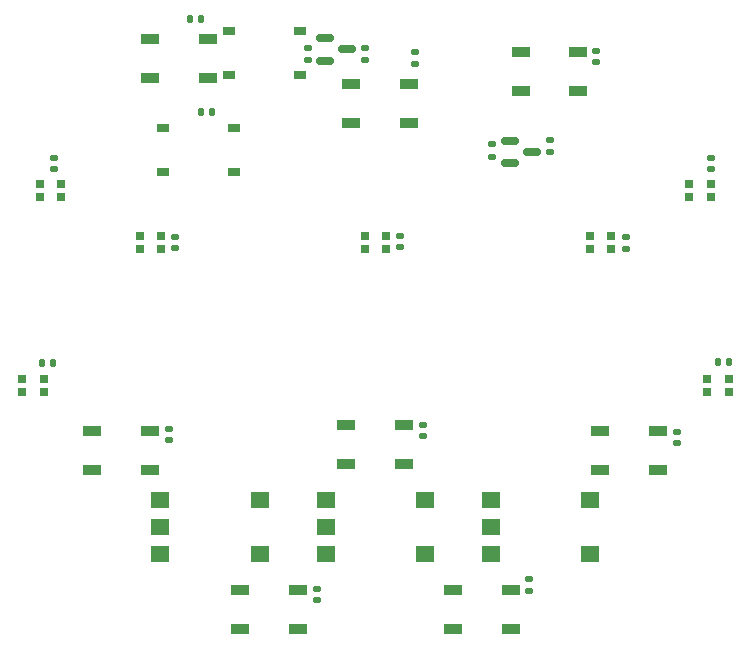
<source format=gbr>
%TF.GenerationSoftware,KiCad,Pcbnew,7.0.5*%
%TF.CreationDate,2024-03-22T10:21:06-05:00*%
%TF.ProjectId,RP2040,52503230-3430-42e6-9b69-6361645f7063,REV1*%
%TF.SameCoordinates,Original*%
%TF.FileFunction,Paste,Bot*%
%TF.FilePolarity,Positive*%
%FSLAX46Y46*%
G04 Gerber Fmt 4.6, Leading zero omitted, Abs format (unit mm)*
G04 Created by KiCad (PCBNEW 7.0.5) date 2024-03-22 10:21:06*
%MOMM*%
%LPD*%
G01*
G04 APERTURE LIST*
G04 Aperture macros list*
%AMRoundRect*
0 Rectangle with rounded corners*
0 $1 Rounding radius*
0 $2 $3 $4 $5 $6 $7 $8 $9 X,Y pos of 4 corners*
0 Add a 4 corners polygon primitive as box body*
4,1,4,$2,$3,$4,$5,$6,$7,$8,$9,$2,$3,0*
0 Add four circle primitives for the rounded corners*
1,1,$1+$1,$2,$3*
1,1,$1+$1,$4,$5*
1,1,$1+$1,$6,$7*
1,1,$1+$1,$8,$9*
0 Add four rect primitives between the rounded corners*
20,1,$1+$1,$2,$3,$4,$5,0*
20,1,$1+$1,$4,$5,$6,$7,0*
20,1,$1+$1,$6,$7,$8,$9,0*
20,1,$1+$1,$8,$9,$2,$3,0*%
G04 Aperture macros list end*
%ADD10RoundRect,0.140000X-0.140000X-0.170000X0.140000X-0.170000X0.140000X0.170000X-0.140000X0.170000X0*%
%ADD11R,0.700000X0.700000*%
%ADD12R,1.500000X0.900000*%
%ADD13R,1.000000X0.750000*%
%ADD14RoundRect,0.140000X-0.170000X0.140000X-0.170000X-0.140000X0.170000X-0.140000X0.170000X0.140000X0*%
%ADD15RoundRect,0.135000X0.185000X-0.135000X0.185000X0.135000X-0.185000X0.135000X-0.185000X-0.135000X0*%
%ADD16RoundRect,0.135000X-0.185000X0.135000X-0.185000X-0.135000X0.185000X-0.135000X0.185000X0.135000X0*%
%ADD17RoundRect,0.140000X0.170000X-0.140000X0.170000X0.140000X-0.170000X0.140000X-0.170000X-0.140000X0*%
%ADD18R,1.600000X1.400000*%
%ADD19RoundRect,0.150000X-0.587500X-0.150000X0.587500X-0.150000X0.587500X0.150000X-0.587500X0.150000X0*%
%ADD20RoundRect,0.140000X0.140000X0.170000X-0.140000X0.170000X-0.140000X-0.170000X0.140000X-0.170000X0*%
G04 APERTURE END LIST*
D10*
%TO.C,R8*%
X-14750000Y16180000D03*
X-13790000Y16180000D03*
%TD*%
D11*
%TO.C,D10*%
X-28085000Y-6450000D03*
X-28085000Y-7550000D03*
X-29915000Y-7550000D03*
X-29915000Y-6450000D03*
%TD*%
D12*
%TO.C,D7*%
X2450000Y-10350000D03*
X2450000Y-13650000D03*
X-2450000Y-13650000D03*
X-2450000Y-10350000D03*
%TD*%
D13*
%TO.C,SW4*%
X-6350000Y23000000D03*
X-12350000Y23000000D03*
X-6350000Y19250000D03*
X-12350000Y19250000D03*
%TD*%
D14*
%TO.C,C29*%
X-17500000Y-10700000D03*
X-17500000Y-11660000D03*
%TD*%
D15*
%TO.C,R15*%
X14820000Y12720000D03*
X14820000Y13740000D03*
%TD*%
D16*
%TO.C,R12*%
X-5740000Y21530000D03*
X-5740000Y20510000D03*
%TD*%
D14*
%TO.C,C30*%
X4000000Y-10320000D03*
X4000000Y-11280000D03*
%TD*%
%TO.C,C38*%
X-16950000Y5580000D03*
X-16950000Y4620000D03*
%TD*%
%TO.C,C36*%
X21200000Y5530000D03*
X21200000Y4570000D03*
%TD*%
D10*
%TO.C,C33*%
X-28250000Y-5150000D03*
X-27290000Y-5150000D03*
%TD*%
D14*
%TO.C,C25*%
X18700000Y21320000D03*
X18700000Y20360000D03*
%TD*%
%TO.C,C37*%
X2125000Y5680000D03*
X2125000Y4720000D03*
%TD*%
%TO.C,C28*%
X25550000Y-10920000D03*
X25550000Y-11880000D03*
%TD*%
D12*
%TO.C,D9*%
X-19050000Y-10850000D03*
X-19050000Y-14150000D03*
X-23950000Y-14150000D03*
X-23950000Y-10850000D03*
%TD*%
D13*
%TO.C,SW5*%
X-18000000Y11025000D03*
X-12000000Y11025000D03*
X-18000000Y14775000D03*
X-12000000Y14775000D03*
%TD*%
D17*
%TO.C,C26*%
X28450000Y11320000D03*
X28450000Y12280000D03*
%TD*%
D12*
%TO.C,D1*%
X2820000Y18530000D03*
X2820000Y15230000D03*
X-2080000Y15230000D03*
X-2080000Y18530000D03*
%TD*%
D11*
%TO.C,D11*%
X-26585000Y10050000D03*
X-26585000Y8950000D03*
X-28415000Y8950000D03*
X-28415000Y10050000D03*
%TD*%
D17*
%TO.C,C24*%
X3370000Y20240000D03*
X3370000Y21200000D03*
%TD*%
D12*
%TO.C,D12*%
X-14200000Y22350000D03*
X-14200000Y19050000D03*
X-19100000Y19050000D03*
X-19100000Y22350000D03*
%TD*%
D16*
%TO.C,R14*%
X9910000Y13390000D03*
X9910000Y12370000D03*
%TD*%
D17*
%TO.C,C35*%
X-27200000Y11320000D03*
X-27200000Y12280000D03*
%TD*%
D15*
%TO.C,R13*%
X-860000Y20510000D03*
X-860000Y21530000D03*
%TD*%
D17*
%TO.C,C32*%
X13050000Y-24380000D03*
X13050000Y-23420000D03*
%TD*%
D18*
%TO.C,SW2*%
X4200000Y-16750000D03*
X-4200000Y-16750000D03*
X4200000Y-21250000D03*
X-4200000Y-21250000D03*
X-4200000Y-19000000D03*
%TD*%
D11*
%TO.C,D3*%
X28415000Y10050000D03*
X28415000Y8950000D03*
X26585000Y8950000D03*
X26585000Y10050000D03*
%TD*%
D18*
%TO.C,SW1*%
X-9800000Y-16750000D03*
X-18200000Y-16750000D03*
X-9800000Y-21250000D03*
X-18200000Y-21250000D03*
X-18200000Y-19000000D03*
%TD*%
D12*
%TO.C,D5*%
X23950000Y-10850000D03*
X23950000Y-14150000D03*
X19050000Y-14150000D03*
X19050000Y-10850000D03*
%TD*%
D11*
%TO.C,D4*%
X29915000Y-6450000D03*
X29915000Y-7550000D03*
X28085000Y-7550000D03*
X28085000Y-6450000D03*
%TD*%
%TO.C,D14*%
X915000Y5600000D03*
X915000Y4500000D03*
X-915000Y4500000D03*
X-915000Y5600000D03*
%TD*%
D12*
%TO.C,D6*%
X11450000Y-24350000D03*
X11450000Y-27650000D03*
X6550000Y-27650000D03*
X6550000Y-24350000D03*
%TD*%
D19*
%TO.C,Q2*%
X11430000Y11780000D03*
X11430000Y13680000D03*
X13305000Y12730000D03*
%TD*%
D18*
%TO.C,SW3*%
X18200000Y-16750000D03*
X9800000Y-16750000D03*
X18200000Y-21250000D03*
X9800000Y-21250000D03*
X9800000Y-19000000D03*
%TD*%
D12*
%TO.C,D8*%
X-6550000Y-24350000D03*
X-6550000Y-27650000D03*
X-11450000Y-27650000D03*
X-11450000Y-24350000D03*
%TD*%
D20*
%TO.C,C34*%
X-14720000Y24030000D03*
X-15680000Y24030000D03*
%TD*%
D11*
%TO.C,D13*%
X19965000Y5600000D03*
X19965000Y4500000D03*
X18135000Y4500000D03*
X18135000Y5600000D03*
%TD*%
D19*
%TO.C,Q1*%
X-4250000Y20490000D03*
X-4250000Y22390000D03*
X-2375000Y21440000D03*
%TD*%
D11*
%TO.C,D15*%
X-18135000Y5600000D03*
X-18135000Y4500000D03*
X-19965000Y4500000D03*
X-19965000Y5600000D03*
%TD*%
D14*
%TO.C,C31*%
X-4950000Y-24220000D03*
X-4950000Y-25180000D03*
%TD*%
D12*
%TO.C,D2*%
X17200000Y21200000D03*
X17200000Y17900000D03*
X12300000Y17900000D03*
X12300000Y21200000D03*
%TD*%
D20*
%TO.C,C27*%
X29930000Y-5000000D03*
X28970000Y-5000000D03*
%TD*%
M02*

</source>
